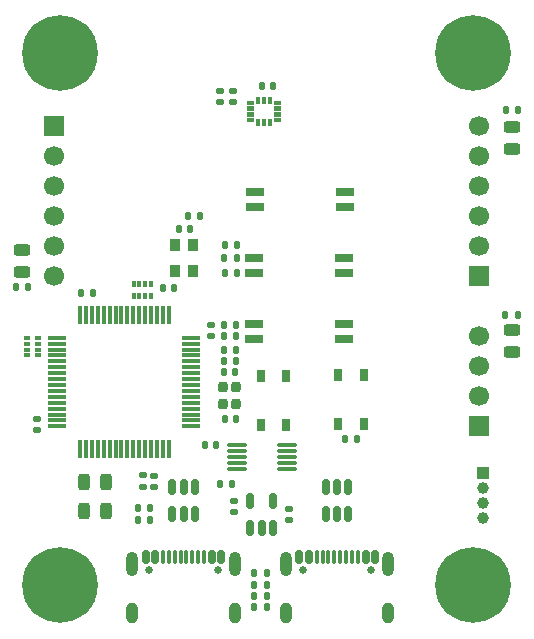
<source format=gbr>
%TF.GenerationSoftware,KiCad,Pcbnew,9.0.5-9.0.5~ubuntu24.04.1*%
%TF.CreationDate,2025-10-15T00:30:22+05:00*%
%TF.ProjectId,AH4,4148342e-6b69-4636-9164-5f7063625858,rev?*%
%TF.SameCoordinates,Original*%
%TF.FileFunction,Soldermask,Top*%
%TF.FilePolarity,Negative*%
%FSLAX46Y46*%
G04 Gerber Fmt 4.6, Leading zero omitted, Abs format (unit mm)*
G04 Created by KiCad (PCBNEW 9.0.5-9.0.5~ubuntu24.04.1) date 2025-10-15 00:30:22*
%MOMM*%
%LPD*%
G01*
G04 APERTURE LIST*
G04 Aperture macros list*
%AMRoundRect*
0 Rectangle with rounded corners*
0 $1 Rounding radius*
0 $2 $3 $4 $5 $6 $7 $8 $9 X,Y pos of 4 corners*
0 Add a 4 corners polygon primitive as box body*
4,1,4,$2,$3,$4,$5,$6,$7,$8,$9,$2,$3,0*
0 Add four circle primitives for the rounded corners*
1,1,$1+$1,$2,$3*
1,1,$1+$1,$4,$5*
1,1,$1+$1,$6,$7*
1,1,$1+$1,$8,$9*
0 Add four rect primitives between the rounded corners*
20,1,$1+$1,$2,$3,$4,$5,0*
20,1,$1+$1,$4,$5,$6,$7,0*
20,1,$1+$1,$6,$7,$8,$9,0*
20,1,$1+$1,$8,$9,$2,$3,0*%
G04 Aperture macros list end*
%ADD10R,1.000000X1.000000*%
%ADD11C,1.000000*%
%ADD12C,0.650000*%
%ADD13RoundRect,0.150000X-0.150000X-0.425000X0.150000X-0.425000X0.150000X0.425000X-0.150000X0.425000X0*%
%ADD14RoundRect,0.075000X-0.075000X-0.500000X0.075000X-0.500000X0.075000X0.500000X-0.075000X0.500000X0*%
%ADD15O,1.000000X2.100000*%
%ADD16O,1.000000X1.800000*%
%ADD17RoundRect,0.135000X0.135000X0.185000X-0.135000X0.185000X-0.135000X-0.185000X0.135000X-0.185000X0*%
%ADD18RoundRect,0.140000X-0.140000X-0.170000X0.140000X-0.170000X0.140000X0.170000X-0.140000X0.170000X0*%
%ADD19RoundRect,0.150000X0.150000X-0.512500X0.150000X0.512500X-0.150000X0.512500X-0.150000X-0.512500X0*%
%ADD20RoundRect,0.135000X-0.135000X-0.185000X0.135000X-0.185000X0.135000X0.185000X-0.135000X0.185000X0*%
%ADD21R,0.400000X0.500000*%
%ADD22R,0.300000X0.500000*%
%ADD23RoundRect,0.135000X0.185000X-0.135000X0.185000X0.135000X-0.185000X0.135000X-0.185000X-0.135000X0*%
%ADD24RoundRect,0.190000X-0.610000X-0.190000X0.610000X-0.190000X0.610000X0.190000X-0.610000X0.190000X0*%
%ADD25R,0.650000X1.050000*%
%ADD26RoundRect,0.243750X-0.456250X0.243750X-0.456250X-0.243750X0.456250X-0.243750X0.456250X0.243750X0*%
%ADD27C,0.800000*%
%ADD28C,6.400000*%
%ADD29RoundRect,0.243750X0.456250X-0.243750X0.456250X0.243750X-0.456250X0.243750X-0.456250X-0.243750X0*%
%ADD30RoundRect,0.140000X0.170000X-0.140000X0.170000X0.140000X-0.170000X0.140000X-0.170000X-0.140000X0*%
%ADD31R,1.700000X1.700000*%
%ADD32C,1.700000*%
%ADD33RoundRect,0.075000X0.700000X0.075000X-0.700000X0.075000X-0.700000X-0.075000X0.700000X-0.075000X0*%
%ADD34RoundRect,0.075000X0.075000X0.700000X-0.075000X0.700000X-0.075000X-0.700000X0.075000X-0.700000X0*%
%ADD35RoundRect,0.140000X-0.170000X0.140000X-0.170000X-0.140000X0.170000X-0.140000X0.170000X0.140000X0*%
%ADD36R,0.900000X1.000000*%
%ADD37RoundRect,0.200000X0.200000X-0.250000X0.200000X0.250000X-0.200000X0.250000X-0.200000X-0.250000X0*%
%ADD38RoundRect,0.243750X-0.243750X-0.456250X0.243750X-0.456250X0.243750X0.456250X-0.243750X0.456250X0*%
%ADD39RoundRect,0.140000X0.140000X0.170000X-0.140000X0.170000X-0.140000X-0.170000X0.140000X-0.170000X0*%
%ADD40RoundRect,0.087500X0.725000X0.087500X-0.725000X0.087500X-0.725000X-0.087500X0.725000X-0.087500X0*%
%ADD41R,0.500000X0.400000*%
%ADD42R,0.500000X0.300000*%
G04 APERTURE END LIST*
%TO.C,U1*%
G36*
X209839182Y-75016464D02*
G01*
X210414182Y-75016464D01*
X210414182Y-75366464D01*
X209839182Y-75366464D01*
X209839182Y-75016464D01*
G37*
G36*
X209839182Y-75516464D02*
G01*
X210414182Y-75516464D01*
X210414182Y-75866464D01*
X209839182Y-75866464D01*
X209839182Y-75516464D01*
G37*
G36*
X209841682Y-74016464D02*
G01*
X210416682Y-74016464D01*
X210416682Y-74366464D01*
X209841682Y-74366464D01*
X209841682Y-74016464D01*
G37*
G36*
X209841682Y-74516464D02*
G01*
X210416682Y-74516464D01*
X210416682Y-74866464D01*
X209841682Y-74866464D01*
X209841682Y-74516464D01*
G37*
G36*
X210616682Y-73743964D02*
G01*
X210966682Y-73743964D01*
X210966682Y-74318964D01*
X210616682Y-74318964D01*
X210616682Y-73743964D01*
G37*
G36*
X210616682Y-75566464D02*
G01*
X210966682Y-75566464D01*
X210966682Y-76141464D01*
X210616682Y-76141464D01*
X210616682Y-75566464D01*
G37*
G36*
X211116682Y-73743964D02*
G01*
X211466682Y-73743964D01*
X211466682Y-74318964D01*
X211116682Y-74318964D01*
X211116682Y-73743964D01*
G37*
G36*
X211116682Y-75566464D02*
G01*
X211466682Y-75566464D01*
X211466682Y-76141464D01*
X211116682Y-76141464D01*
X211116682Y-75566464D01*
G37*
G36*
X211616682Y-73743964D02*
G01*
X211966682Y-73743964D01*
X211966682Y-74318964D01*
X211616682Y-74318964D01*
X211616682Y-73743964D01*
G37*
G36*
X211616682Y-75566464D02*
G01*
X211966682Y-75566464D01*
X211966682Y-76141464D01*
X211616682Y-76141464D01*
X211616682Y-75566464D01*
G37*
G36*
X212164182Y-74016464D02*
G01*
X212739182Y-74016464D01*
X212739182Y-74366464D01*
X212164182Y-74366464D01*
X212164182Y-74016464D01*
G37*
G36*
X212164182Y-74516464D02*
G01*
X212739182Y-74516464D01*
X212739182Y-74866464D01*
X212164182Y-74866464D01*
X212164182Y-74516464D01*
G37*
G36*
X212164182Y-75016464D02*
G01*
X212739182Y-75016464D01*
X212739182Y-75366464D01*
X212164182Y-75366464D01*
X212164182Y-75016464D01*
G37*
G36*
X212164182Y-75516464D02*
G01*
X212739182Y-75516464D01*
X212739182Y-75866464D01*
X212164182Y-75866464D01*
X212164182Y-75516464D01*
G37*
%TD*%
D10*
%TO.C,J6*%
X229800000Y-105560000D03*
D11*
X229800000Y-106830000D03*
X229800000Y-108100000D03*
X229800000Y-109370000D03*
%TD*%
D12*
%TO.C,J2*%
X214610000Y-113735000D03*
X220390000Y-113735000D03*
D13*
X214300000Y-112660000D03*
X215100000Y-112660000D03*
D14*
X216250000Y-112660000D03*
X217250000Y-112660000D03*
X217750000Y-112660000D03*
X218750000Y-112660000D03*
D13*
X219900000Y-112660000D03*
X220700000Y-112660000D03*
X220700000Y-112660000D03*
X219900000Y-112660000D03*
D14*
X219250000Y-112660000D03*
X218250000Y-112660000D03*
X216750000Y-112660000D03*
X215750000Y-112660000D03*
D13*
X215100000Y-112660000D03*
X214300000Y-112660000D03*
D15*
X213180000Y-113235000D03*
D16*
X213180000Y-117415000D03*
D15*
X221820000Y-113235000D03*
D16*
X221820000Y-117415000D03*
%TD*%
D17*
%TO.C,R7*%
X205890000Y-83750000D03*
X204870000Y-83750000D03*
%TD*%
D18*
%TO.C,C7*%
X204095000Y-84875000D03*
X205055000Y-84875000D03*
%TD*%
D19*
%TO.C,U6*%
X210150000Y-110212500D03*
X211100000Y-110212500D03*
X212050000Y-110212500D03*
X212050000Y-107937500D03*
X210150000Y-107937500D03*
%TD*%
D20*
%TO.C,R2*%
X210490000Y-114050000D03*
X211510000Y-114050000D03*
%TD*%
D17*
%TO.C,R12*%
X208970000Y-87350000D03*
X207950000Y-87350000D03*
%TD*%
D21*
%TO.C,RN2*%
X200250000Y-90550000D03*
D22*
X200750000Y-90550000D03*
X201250000Y-90550000D03*
D21*
X201750000Y-90550000D03*
X201750000Y-89550000D03*
D22*
X201250000Y-89550000D03*
X200750000Y-89550000D03*
D21*
X200250000Y-89550000D03*
%TD*%
D23*
%TO.C,R17*%
X201075000Y-106760000D03*
X201075000Y-105740000D03*
%TD*%
D18*
%TO.C,C8*%
X195820000Y-90300000D03*
X196780000Y-90300000D03*
%TD*%
D24*
%TO.C,SW3*%
X210490000Y-87365000D03*
X210490000Y-88635000D03*
X218110000Y-88635000D03*
X218110000Y-87365000D03*
%TD*%
D25*
%TO.C,SW5*%
X211050000Y-101450000D03*
X211050000Y-97300000D03*
X213200000Y-101450000D03*
X213200000Y-97325000D03*
%TD*%
D20*
%TO.C,R8*%
X200590000Y-109500000D03*
X201610000Y-109500000D03*
%TD*%
D17*
%TO.C,R14*%
X208900000Y-93020000D03*
X207880000Y-93020000D03*
%TD*%
D26*
%TO.C,D4*%
X232300000Y-76262500D03*
X232300000Y-78137500D03*
%TD*%
D12*
%TO.C,J1*%
X201590000Y-113720000D03*
X207370000Y-113720000D03*
D13*
X201280000Y-112645000D03*
X202080000Y-112645000D03*
D14*
X203230000Y-112645000D03*
X204230000Y-112645000D03*
X204730000Y-112645000D03*
X205730000Y-112645000D03*
D13*
X206880000Y-112645000D03*
X207680000Y-112645000D03*
X207680000Y-112645000D03*
X206880000Y-112645000D03*
D14*
X206230000Y-112645000D03*
X205230000Y-112645000D03*
X203730000Y-112645000D03*
X202730000Y-112645000D03*
D13*
X202080000Y-112645000D03*
X201280000Y-112645000D03*
D15*
X200160000Y-113220000D03*
D16*
X200160000Y-117400000D03*
D15*
X208800000Y-113220000D03*
D16*
X208800000Y-117400000D03*
%TD*%
D27*
%TO.C,H3*%
X191600000Y-115000000D03*
X192302944Y-113302944D03*
X192302944Y-116697056D03*
X194000000Y-112600000D03*
D28*
X194000000Y-115000000D03*
D27*
X194000000Y-117400000D03*
X195697056Y-113302944D03*
X195697056Y-116697056D03*
X196400000Y-115000000D03*
%TD*%
D17*
%TO.C,R15*%
X208900000Y-93990000D03*
X207880000Y-93990000D03*
%TD*%
D29*
%TO.C,D5*%
X190800000Y-88537500D03*
X190800000Y-86662500D03*
%TD*%
D30*
%TO.C,C3*%
X213425000Y-109555000D03*
X213425000Y-108595000D03*
%TD*%
D31*
%TO.C,J5*%
X193548000Y-76200000D03*
D32*
X193548000Y-78740000D03*
X193548000Y-81280000D03*
X193548000Y-83820000D03*
X193548000Y-86360000D03*
X193548000Y-88900000D03*
%TD*%
D17*
%TO.C,R11*%
X191310000Y-89800000D03*
X190290000Y-89800000D03*
%TD*%
D33*
%TO.C,U2*%
X205150000Y-101600000D03*
X205150000Y-101100000D03*
X205150000Y-100600000D03*
X205150000Y-100100000D03*
X205150000Y-99600000D03*
X205150000Y-99100000D03*
X205150000Y-98600000D03*
X205150000Y-98100000D03*
X205150000Y-97600000D03*
X205150000Y-97100000D03*
X205150000Y-96600000D03*
X205150000Y-96100000D03*
X205150000Y-95600000D03*
X205150000Y-95100000D03*
X205150000Y-94600000D03*
X205150000Y-94100000D03*
D34*
X203225000Y-92175000D03*
X202725000Y-92175000D03*
X202225000Y-92175000D03*
X201725000Y-92175000D03*
X201225000Y-92175000D03*
X200725000Y-92175000D03*
X200225000Y-92175000D03*
X199725000Y-92175000D03*
X199225000Y-92175000D03*
X198725000Y-92175000D03*
X198225000Y-92175000D03*
X197725000Y-92175000D03*
X197225000Y-92175000D03*
X196725000Y-92175000D03*
X196225000Y-92175000D03*
X195725000Y-92175000D03*
D33*
X193800000Y-94100000D03*
X193800000Y-94600000D03*
X193800000Y-95100000D03*
X193800000Y-95600000D03*
X193800000Y-96100000D03*
X193800000Y-96600000D03*
X193800000Y-97100000D03*
X193800000Y-97600000D03*
X193800000Y-98100000D03*
X193800000Y-98600000D03*
X193800000Y-99100000D03*
X193800000Y-99600000D03*
X193800000Y-100100000D03*
X193800000Y-100600000D03*
X193800000Y-101100000D03*
X193800000Y-101600000D03*
D34*
X195725000Y-103525000D03*
X196225000Y-103525000D03*
X196725000Y-103525000D03*
X197225000Y-103525000D03*
X197725000Y-103525000D03*
X198225000Y-103525000D03*
X198725000Y-103525000D03*
X199225000Y-103525000D03*
X199725000Y-103525000D03*
X200225000Y-103525000D03*
X200725000Y-103525000D03*
X201225000Y-103525000D03*
X201725000Y-103525000D03*
X202225000Y-103525000D03*
X202725000Y-103525000D03*
X203225000Y-103525000D03*
%TD*%
D25*
%TO.C,SW2*%
X219725000Y-97275000D03*
X219725000Y-101425000D03*
X217575000Y-97275000D03*
X217575000Y-101400000D03*
%TD*%
D35*
%TO.C,C15*%
X208670000Y-73170000D03*
X208670000Y-74130000D03*
%TD*%
D27*
%TO.C,H1*%
X191600000Y-70000000D03*
X192302944Y-68302944D03*
X192302944Y-71697056D03*
X194000000Y-67600000D03*
D28*
X194000000Y-70000000D03*
D27*
X194000000Y-72400000D03*
X195697056Y-68302944D03*
X195697056Y-71697056D03*
X196400000Y-70000000D03*
%TD*%
D36*
%TO.C,Y2*%
X205325000Y-88425000D03*
X205325000Y-86275000D03*
X203775000Y-86275000D03*
X203775000Y-88425000D03*
%TD*%
D35*
%TO.C,C16*%
X206800000Y-93020000D03*
X206800000Y-93980000D03*
%TD*%
D18*
%TO.C,C1*%
X207610000Y-106520000D03*
X208570000Y-106520000D03*
%TD*%
D37*
%TO.C,Y1*%
X208950000Y-99700000D03*
X208950000Y-98300000D03*
X207850000Y-98300000D03*
X207850000Y-99700000D03*
%TD*%
D38*
%TO.C,D1*%
X196062500Y-108800000D03*
X197937500Y-108800000D03*
%TD*%
D26*
%TO.C,D3*%
X232300000Y-93462500D03*
X232300000Y-95337500D03*
%TD*%
D20*
%TO.C,R6*%
X207960000Y-86280000D03*
X208980000Y-86280000D03*
%TD*%
%TO.C,R16*%
X200590000Y-108500000D03*
X201610000Y-108500000D03*
%TD*%
D39*
%TO.C,C13*%
X212080000Y-72800000D03*
X211120000Y-72800000D03*
%TD*%
D24*
%TO.C,SW4*%
X210490000Y-92965000D03*
X210490000Y-94235000D03*
X218110000Y-94235000D03*
X218110000Y-92965000D03*
%TD*%
D39*
%TO.C,C2*%
X207230000Y-103200000D03*
X206270000Y-103200000D03*
%TD*%
D31*
%TO.C,J4*%
X229500000Y-88840000D03*
D32*
X229500000Y-86300000D03*
X229500000Y-83760000D03*
X229500000Y-81220000D03*
X229500000Y-78680000D03*
X229500000Y-76140000D03*
%TD*%
D30*
%TO.C,C4*%
X208750000Y-108880000D03*
X208750000Y-107920000D03*
%TD*%
D24*
%TO.C,SW1*%
X210497520Y-81742484D03*
X210497520Y-83012484D03*
X218117520Y-83012484D03*
X218117520Y-81742484D03*
%TD*%
D30*
%TO.C,C14*%
X207570000Y-74130000D03*
X207570000Y-73170000D03*
%TD*%
D20*
%TO.C,R3*%
X210490000Y-115025000D03*
X211510000Y-115025000D03*
%TD*%
D17*
%TO.C,R1*%
X208910000Y-96060000D03*
X207890000Y-96060000D03*
%TD*%
D39*
%TO.C,C6*%
X208930000Y-101000000D03*
X207970000Y-101000000D03*
%TD*%
D17*
%TO.C,R5*%
X211510000Y-115975000D03*
X210490000Y-115975000D03*
%TD*%
D18*
%TO.C,C11*%
X202720000Y-89900000D03*
X203680000Y-89900000D03*
%TD*%
D27*
%TO.C,H2*%
X226600000Y-70000000D03*
X227302944Y-68302944D03*
X227302944Y-71697056D03*
X229000000Y-67600000D03*
D28*
X229000000Y-70000000D03*
D27*
X229000000Y-72400000D03*
X230697056Y-68302944D03*
X230697056Y-71697056D03*
X231400000Y-70000000D03*
%TD*%
D17*
%TO.C,R4*%
X211510000Y-116925000D03*
X210490000Y-116925000D03*
%TD*%
D40*
%TO.C,U5*%
X213212500Y-105200000D03*
X213212500Y-104700000D03*
X213212500Y-104200000D03*
X213212500Y-103700000D03*
X213212500Y-103200000D03*
X208987500Y-103200000D03*
X208987500Y-103700000D03*
X208987500Y-104200000D03*
X208987500Y-104700000D03*
X208987500Y-105200000D03*
%TD*%
D18*
%TO.C,C5*%
X207920000Y-97000000D03*
X208880000Y-97000000D03*
%TD*%
D19*
%TO.C,U3*%
X203530000Y-109045000D03*
X204480000Y-109045000D03*
X205430000Y-109045000D03*
X205430000Y-106770000D03*
X204480000Y-106770000D03*
X203530000Y-106770000D03*
%TD*%
D41*
%TO.C,RN1*%
X192200000Y-95600000D03*
D42*
X192200000Y-95100000D03*
X192200000Y-94600000D03*
D41*
X192200000Y-94100000D03*
X191200000Y-94100000D03*
D42*
X191200000Y-94600000D03*
X191200000Y-95100000D03*
D41*
X191200000Y-95600000D03*
%TD*%
D17*
%TO.C,R18*%
X208910000Y-95120000D03*
X207890000Y-95120000D03*
%TD*%
D27*
%TO.C,H4*%
X226600000Y-115000000D03*
X227302944Y-113302944D03*
X227302944Y-116697056D03*
X229000000Y-112600000D03*
D28*
X229000000Y-115000000D03*
D27*
X229000000Y-117400000D03*
X230697056Y-113302944D03*
X230697056Y-116697056D03*
X231400000Y-115000000D03*
%TD*%
D17*
%TO.C,R9*%
X232760000Y-92150000D03*
X231740000Y-92150000D03*
%TD*%
%TO.C,R13*%
X208980000Y-88630000D03*
X207960000Y-88630000D03*
%TD*%
D19*
%TO.C,U4*%
X216539854Y-109029230D03*
X217489854Y-109029230D03*
X218439854Y-109029230D03*
X218439854Y-106754230D03*
X217489854Y-106754230D03*
X216539854Y-106754230D03*
%TD*%
D31*
%TO.C,J3*%
X229500000Y-101540000D03*
D32*
X229500000Y-99000000D03*
X229500000Y-96460000D03*
X229500000Y-93920000D03*
%TD*%
D38*
%TO.C,D2*%
X196062500Y-106350000D03*
X197937500Y-106350000D03*
%TD*%
D20*
%TO.C,R10*%
X231780000Y-74800000D03*
X232800000Y-74800000D03*
%TD*%
D18*
%TO.C,C12*%
X218170000Y-102700000D03*
X219130000Y-102700000D03*
%TD*%
D30*
%TO.C,C10*%
X192050000Y-101900000D03*
X192050000Y-100940000D03*
%TD*%
%TO.C,C9*%
X202000000Y-106730000D03*
X202000000Y-105770000D03*
%TD*%
M02*

</source>
